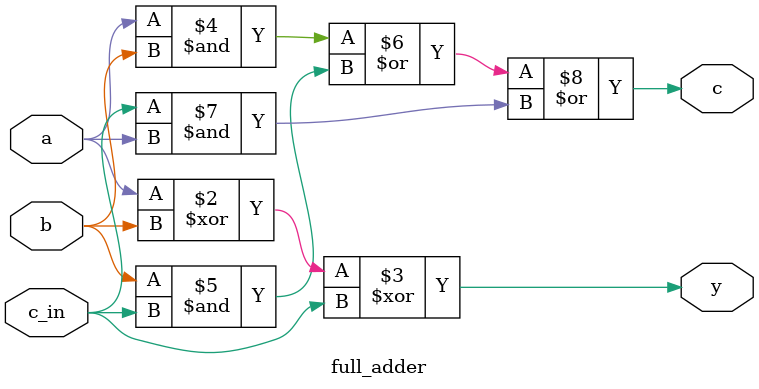
<source format=sv>
module full_adder(a, b, c_in, y, c);

input wire a;
input wire b;
input wire c_in;
output logic y;
output logic c;
wire p;

always_comb begin
  y = a ^ b ^ c_in;
  c = (a & b) | (b & c_in) | (c_in & a);
end

endmodule
</source>
